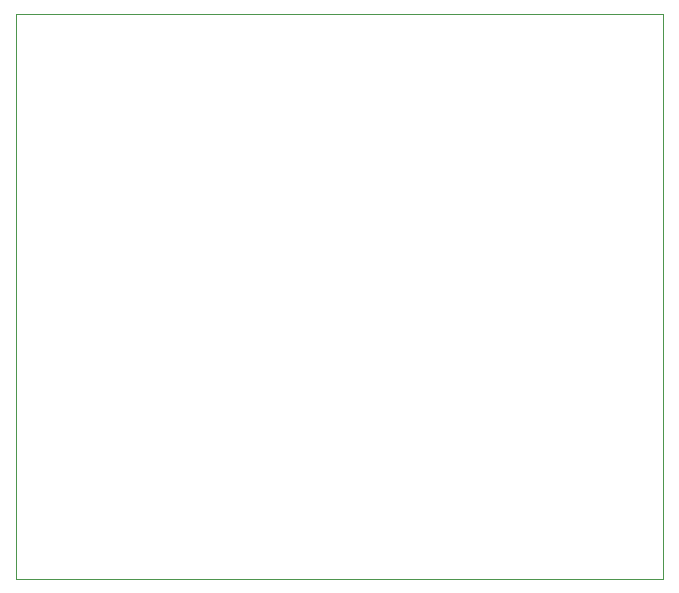
<source format=gbr>
%TF.GenerationSoftware,KiCad,Pcbnew,9.0.1*%
%TF.CreationDate,2025-11-16T17:24:42-08:00*%
%TF.ProjectId,Si-LTC7800,53692d4c-5443-4373-9830-302e6b696361,rev?*%
%TF.SameCoordinates,Original*%
%TF.FileFunction,Profile,NP*%
%FSLAX46Y46*%
G04 Gerber Fmt 4.6, Leading zero omitted, Abs format (unit mm)*
G04 Created by KiCad (PCBNEW 9.0.1) date 2025-11-16 17:24:42*
%MOMM*%
%LPD*%
G01*
G04 APERTURE LIST*
%TA.AperFunction,Profile*%
%ADD10C,0.050000*%
%TD*%
G04 APERTURE END LIST*
D10*
X110000000Y-114100000D02*
X164750000Y-114100000D01*
X164750000Y-161900000D01*
X110000000Y-161900000D01*
X110000000Y-114100000D01*
M02*

</source>
